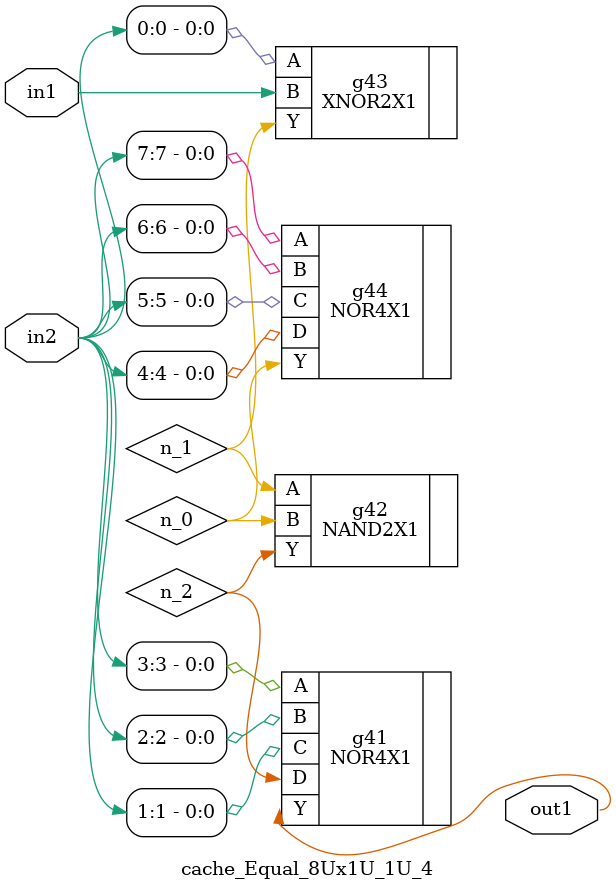
<source format=v>
`timescale 1ps / 1ps


module cache_Equal_8Ux1U_1U_4(in2, in1, out1);
  input [7:0] in2;
  input in1;
  output out1;
  wire [7:0] in2;
  wire in1;
  wire out1;
  wire n_0, n_1, n_2;
  NOR4X1 g41(.A (in2[3]), .B (in2[2]), .C (in2[1]), .D (n_2), .Y
       (out1));
  NAND2X1 g42(.A (n_1), .B (n_0), .Y (n_2));
  XNOR2X1 g43(.A (in2[0]), .B (in1), .Y (n_1));
  NOR4X1 g44(.A (in2[7]), .B (in2[6]), .C (in2[5]), .D (in2[4]), .Y
       (n_0));
endmodule



</source>
